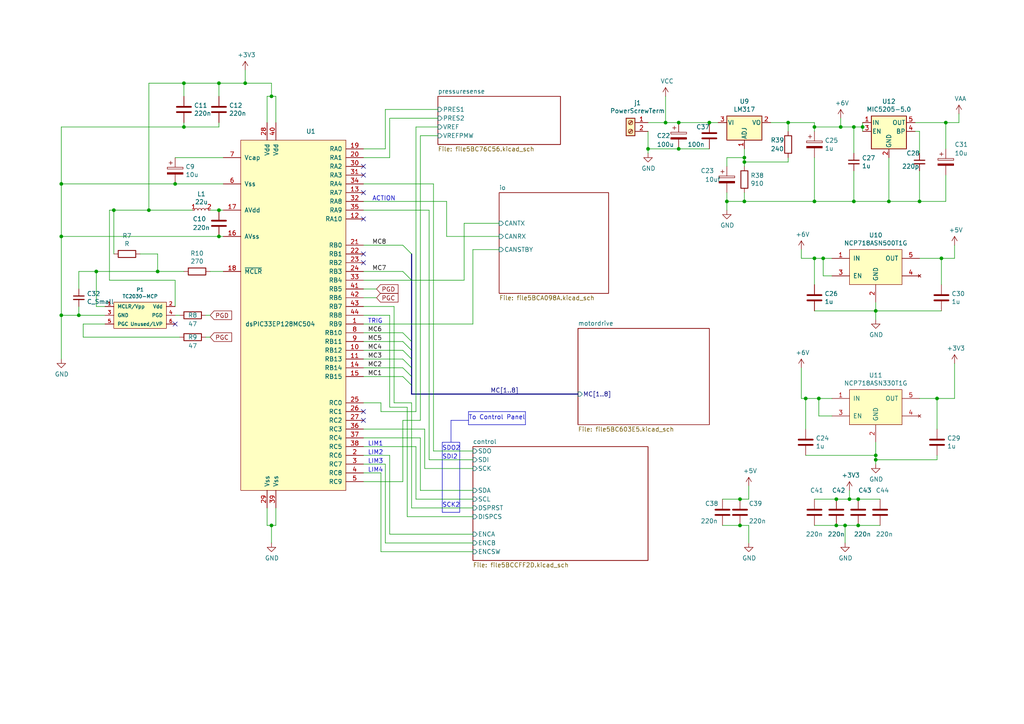
<source format=kicad_sch>
(kicad_sch (version 20211123) (generator eeschema)
  (paper "A4")
  (lib_symbols
    (symbol "Device:C" (pin_numbers hide) (pin_names (offset 0.254))
      (property "Reference" "C" (at 0.635 2.54 0))
      (property "Value" "C" (at 0.635 -2.54 0))
      (symbol "C_0_1"
        (polyline (pts (xy -2.032 -0.762) (xy 2.032 -0.762)) (stroke (width 0.508)))
        (polyline (pts (xy -2.032 0.762) (xy 2.032 0.762)) (stroke (width 0.508)))
      )
      (symbol "C_1_1"
        (pin passive line (at 0 3.81 270) (length 2.794) (name "~") (number "1"))
        (pin passive line (at 0 -3.81 90) (length 2.794) (name "~") (number "2"))
      )
    )
    (symbol "Device:C_Small" (pin_numbers hide) (pin_names (offset 0.254) hide)
      (property "Reference" "C" (at 0.254 1.778 0))
      (property "Value" "C_Small" (at 0.254 -2.032 0))
      (symbol "C_Small_0_1"
        (polyline (pts (xy -1.524 -0.508) (xy 1.524 -0.508)) (stroke (width 0.3302)))
        (polyline (pts (xy -1.524 0.508) (xy 1.524 0.508)) (stroke (width 0.3048)))
      )
      (symbol "C_Small_1_1"
        (pin passive line (at 0 2.54 270) (length 2.032) (name "~") (number "1"))
        (pin passive line (at 0 -2.54 90) (length 2.032) (name "~") (number "2"))
      )
    )
    (symbol "Device:R" (pin_numbers hide) (pin_names (offset 0))
      (property "Reference" "R" (at 2.032 0 90))
      (property "Value" "R" (at 0 0 90))
      (symbol "R_0_1"
        (rectangle (start -1.016 -2.54) (end 1.016 2.54) (stroke (width 0.254)))
      )
      (symbol "R_1_1"
        (pin passive line (at 0 3.81 270) (length 1.27) (name "~") (number "1"))
        (pin passive line (at 0 -3.81 90) (length 1.27) (name "~") (number "2"))
      )
    )
    (symbol "l6203dualmotordrive-rescue:+3.3V-power" (power) (pin_names (offset 0))
      (property "Value" "+3.3V-power" (at 0 3.556 0))
      (symbol "+3.3V-power_0_1"
        (polyline (pts (xy -0.762 1.27) (xy 0 2.54)))
        (polyline (pts (xy 0 0) (xy 0 2.54)))
        (polyline (pts (xy 0 2.54) (xy 0.762 1.27)))
      )
      (symbol "+3.3V-power_1_1"
        (pin power_in line (at 0 0 90) (length 0) hide (name "+3V3") (number "1"))
      )
    )
    (symbol "l6203dualmotordrive-rescue:CP-Device" (pin_numbers hide) (pin_names (offset 0.254))
      (property "Reference" "C" (at 0.635 2.54 0))
      (property "Value" "CP-Device" (at 0.635 -2.54 0))
      (symbol "CP-Device_0_1"
        (rectangle (start -2.286 0.508) (end 2.286 1.016))
        (polyline (pts (xy -1.778 2.286) (xy -0.762 2.286)))
        (polyline (pts (xy -1.27 2.794) (xy -1.27 1.778)))
        (rectangle (start 2.286 -0.508) (end -2.286 -1.016) (fill (type outline)))
      )
      (symbol "CP-Device_1_1"
        (pin passive line (at 0 3.81 270) (length 2.794) (name "~") (number "1"))
        (pin passive line (at 0 -3.81 90) (length 2.794) (name "~") (number "2"))
      )
    )
    (symbol "l6203dualmotordrive-rescue:LM317_3PinPackage-Regulator_Linear" (pin_names (offset 0.254))
      (property "Reference" "U" (at -3.81 3.175 0))
      (property "Value" "LM317_3PinPackage-Regulator_Linear" (at 0 3.175 0))
      (symbol "LM317_3PinPackage-Regulator_Linear_0_1"
        (rectangle (start -5.08 1.905) (end 5.08 -5.08) (stroke (width 0.254)) (fill (type background)))
      )
      (symbol "LM317_3PinPackage-Regulator_Linear_1_1"
        (pin input line (at 0 -7.62 90) (length 2.54) (name "ADJ") (number "1"))
        (pin power_out line (at 7.62 0 180) (length 2.54) (name "VO") (number "2"))
        (pin power_in line (at -7.62 0 0) (length 2.54) (name "VI") (number "3"))
      )
    )
    (symbol "l6203dualmotordrive-rescue:LPower-MikeSpecialParts" (pin_names (offset 1.016))
      (property "Reference" "L" (at 2.54 0 0))
      (property "Value" "LPower-MikeSpecialParts" (at 3.81 2.54 0))
      (symbol "LPower-MikeSpecialParts_1_1"
        (arc (start 0 -2.032) (mid 0.508 -1.524) (end 0 -1.016))
        (arc (start 0 -1.016) (mid 0.508 -0.508) (end 0 0))
        (arc (start 0 0) (mid 0.508 0.508) (end 0 1.016))
        (arc (start 0 1.016) (mid 0.508 1.524) (end 0 2.032))
        (pin input line (at 0 2.54 270) (length 0.508) (name "~") (number "1"))
        (pin power_out line (at 0 -2.54 90) (length 0.508) (name "~") (number "2"))
      )
    )
    (symbol "l6203dualmotordrive-rescue:MIC5205-5.0-Regulator_Linear" (pin_names (offset 0.254))
      (property "Reference" "U" (at -3.81 5.715 0))
      (property "Value" "MIC5205-5.0-Regulator_Linear" (at 0 5.715 0))
      (symbol "MIC5205-5.0-Regulator_Linear_0_1"
        (rectangle (start -5.08 4.445) (end 5.08 -5.08) (stroke (width 0.254)) (fill (type background)))
      )
      (symbol "MIC5205-5.0-Regulator_Linear_1_1"
        (pin power_in line (at -7.62 2.54 0) (length 2.54) (name "IN") (number "1"))
        (pin power_in line (at 0 -7.62 90) (length 2.54) (name "GND") (number "2"))
        (pin input line (at -7.62 0 0) (length 2.54) (name "EN") (number "3"))
        (pin input line (at 7.62 0 180) (length 2.54) (name "BP") (number "4"))
        (pin power_out line (at 7.62 2.54 180) (length 2.54) (name "OUT") (number "5"))
      )
    )
    (symbol "l6203dualmotordrive-rescue:NCP718ASN330T1G-MikeSpecialParts" (pin_names (offset 1.016))
      (property "Reference" "U" (at -2.54 6.35 0))
      (property "Value" "NCP718ASN330T1G-MikeSpecialParts" (at 1.27 8.89 0))
      (symbol "NCP718ASN330T1G-MikeSpecialParts_1_1"
        (rectangle (start -7.62 5.08) (end 7.62 -5.08) (fill (type background)))
        (pin power_in line (at -12.7 2.54 0) (length 5.08) (name "IN") (number "1"))
        (pin power_in line (at 0 -10.16 90) (length 5.08) (name "GND") (number "2"))
        (pin input line (at -12.7 -2.54 0) (length 5.08) (name "EN") (number "3"))
        (pin no_connect line (at 12.7 -2.54 180) (length 5.08) (name "~") (number "4"))
        (pin power_out line (at 12.7 2.54 180) (length 5.08) (name "OUT") (number "5"))
      )
    )
    (symbol "l6203dualmotordrive-rescue:NCP718ASN500T1G-MikeSpecialParts" (pin_names (offset 1.016))
      (property "Reference" "U" (at -5.08 6.35 0))
      (property "Value" "NCP718ASN500T1G-MikeSpecialParts" (at -1.27 8.89 0))
      (symbol "NCP718ASN500T1G-MikeSpecialParts_0_1"
        (rectangle (start -7.62 5.08) (end 7.62 -5.08) (fill (type background)))
      )
      (symbol "NCP718ASN500T1G-MikeSpecialParts_1_1"
        (pin power_in line (at -12.7 2.54 0) (length 5.08) (name "IN") (number "1"))
        (pin power_in line (at 0 -10.16 90) (length 5.08) (name "GND") (number "2"))
        (pin input line (at -12.7 -2.54 0) (length 5.08) (name "EN") (number "3"))
        (pin no_connect line (at 12.7 -2.54 180) (length 5.08) (name "~") (number "4"))
        (pin power_out line (at 12.7 2.54 180) (length 5.08) (name "OUT") (number "5"))
      )
    )
    (symbol "l6203dualmotordrive-rescue:PowerScrewTerm-MikeSpecialParts" (pin_names (offset 1.016))
      (property "Reference" "j" (at 6.35 2.54 0))
      (property "Value" "PowerScrewTerm-MikeSpecialParts" (at 0 5.08 0))
      (symbol "PowerScrewTerm-MikeSpecialParts_1_1"
        (rectangle (start -1.27 2.54) (end 1.27 -2.54) (stroke (width 0.254)) (fill (type background)))
        (circle (center 0 -1.27) (radius 0.635) (stroke (width 0.1524)))
        (polyline (pts (xy -0.5334 -0.9398) (xy 0.3302 -1.778)) (stroke (width 0.1524)))
        (polyline (pts (xy -0.5334 1.6002) (xy 0.3302 0.762)) (stroke (width 0.1524)))
        (polyline (pts (xy -0.3556 -0.762) (xy 0.508 -1.6002)) (stroke (width 0.1524)))
        (polyline (pts (xy -0.3556 1.778) (xy 0.508 0.9398)) (stroke (width 0.1524)))
        (circle (center 0 1.27) (radius 0.635) (stroke (width 0.1524)))
        (pin power_out line (at -5.08 1.27 0) (length 3.81) (name "~") (number "1"))
        (pin power_out line (at -5.08 -1.27 0) (length 3.81) (name "~") (number "2"))
      )
    )
    (symbol "l6203dualmotordrive-rescue:TC2030-MCP-Tag-Connect" (pin_names (offset 1.016))
      (property "Reference" "P" (at -1.27 -5.08 0))
      (property "Value" "TC2030-MCP-Tag-Connect" (at 0 5.08 0))
      (symbol "TC2030-MCP-Tag-Connect_0_1"
        (rectangle (start 7.62 3.81) (end -7.62 -3.81) (fill (type background)))
      )
      (symbol "TC2030-MCP-Tag-Connect_1_1"
        (pin passive line (at -10.16 2.54 0) (length 2.54) (name "MCLR/Vpp") (number "1"))
        (pin passive line (at 10.16 2.54 180) (length 2.54) (name "Vdd") (number "2"))
        (pin passive line (at -10.16 0 0) (length 2.54) (name "GND") (number "3"))
        (pin passive line (at 10.16 0 180) (length 2.54) (name "PGD") (number "4"))
        (pin passive line (at -10.16 -2.54 0) (length 2.54) (name "PGC") (number "5"))
        (pin passive line (at 10.16 -2.54 180) (length 2.54) (name "Unused/LVP") (number "6"))
      )
    )
    (symbol "l6203dualmotordrive-rescue:dsPIC33EP128MC504-Microchip-dsPIC33EP128MC504" (pin_names (offset 1.016))
      (property "Reference" "U" (at -13.97 1.27 0))
      (property "Value" "dsPIC33EP128MC504-Microchip-dsPIC33EP128MC504" (at -5.08 6.35 0))
      (symbol "dsPIC33EP128MC504-Microchip-dsPIC33EP128MC504_0_1"
        (rectangle (start -15.24 50.8) (end 15.24 -50.8) (fill (type background)))
      )
      (symbol "dsPIC33EP128MC504-Microchip-dsPIC33EP128MC504_1_1"
        (pin bidirectional line (at 20.32 -2.54 180) (length 5.08) (name "RB9") (number "1"))
        (pin bidirectional line (at 20.32 -10.16 180) (length 5.08) (name "RB12") (number "10"))
        (pin bidirectional line (at 20.32 -12.7 180) (length 5.08) (name "RB13") (number "11"))
        (pin bidirectional line (at 20.32 27.94 180) (length 5.08) (name "RA10") (number "12"))
        (pin bidirectional line (at 20.32 35.56 180) (length 5.08) (name "RA7") (number "13"))
        (pin bidirectional line (at 20.32 -15.24 180) (length 5.08) (name "RB14") (number "14"))
        (pin bidirectional line (at 20.32 -17.78 180) (length 5.08) (name "RB15") (number "15"))
        (pin power_in line (at -20.32 22.86 0) (length 5.08) (name "AVss") (number "16"))
        (pin power_in line (at -20.32 30.48 0) (length 5.08) (name "AVdd") (number "17"))
        (pin input line (at -20.32 12.7 0) (length 5.08) (name "~{MCLR}") (number "18"))
        (pin bidirectional line (at 20.32 48.26 180) (length 5.08) (name "RA0") (number "19"))
        (pin bidirectional line (at 20.32 -40.64 180) (length 5.08) (name "RC6") (number "2"))
        (pin bidirectional line (at 20.32 45.72 180) (length 5.08) (name "RA1") (number "20"))
        (pin bidirectional line (at 20.32 20.32 180) (length 5.08) (name "RB0") (number "21"))
        (pin bidirectional line (at 20.32 17.78 180) (length 5.08) (name "RB1") (number "22"))
        (pin bidirectional line (at 20.32 15.24 180) (length 5.08) (name "RB2") (number "23"))
        (pin bidirectional line (at 20.32 12.7 180) (length 5.08) (name "RB3") (number "24"))
        (pin bidirectional line (at 20.32 -25.4 180) (length 5.08) (name "RC0") (number "25"))
        (pin bidirectional line (at 20.32 -27.94 180) (length 5.08) (name "RC1") (number "26"))
        (pin bidirectional line (at 20.32 -30.48 180) (length 5.08) (name "RC2") (number "27"))
        (pin power_in line (at -7.62 55.88 270) (length 5.08) (name "Vdd") (number "28"))
        (pin power_in line (at -7.62 -55.88 90) (length 5.08) (name "Vss") (number "29"))
        (pin bidirectional line (at 20.32 -43.18 180) (length 5.08) (name "RC7") (number "3"))
        (pin bidirectional line (at 20.32 43.18 180) (length 5.08) (name "RA2") (number "30"))
        (pin bidirectional line (at 20.32 40.64 180) (length 5.08) (name "RA3") (number "31"))
        (pin bidirectional line (at 20.32 33.02 180) (length 5.08) (name "RA8") (number "32"))
        (pin bidirectional line (at 20.32 10.16 180) (length 5.08) (name "RB4") (number "33"))
        (pin bidirectional line (at 20.32 38.1 180) (length 5.08) (name "RA4") (number "34"))
        (pin bidirectional line (at 20.32 30.48 180) (length 5.08) (name "RA9") (number "35"))
        (pin bidirectional line (at 20.32 -33.02 180) (length 5.08) (name "RC3") (number "36"))
        (pin bidirectional line (at 20.32 -35.56 180) (length 5.08) (name "RC4") (number "37"))
        (pin bidirectional line (at 20.32 -38.1 180) (length 5.08) (name "RC5") (number "38"))
        (pin power_in line (at -5.08 -55.88 90) (length 5.08) (name "Vss") (number "39"))
        (pin bidirectional line (at 20.32 -45.72 180) (length 5.08) (name "RC8") (number "4"))
        (pin power_in line (at -5.08 55.88 270) (length 5.08) (name "Vdd") (number "40"))
        (pin bidirectional line (at 20.32 7.62 180) (length 5.08) (name "RB5") (number "41"))
        (pin bidirectional line (at 20.32 5.08 180) (length 5.08) (name "RB6") (number "42"))
        (pin bidirectional line (at 20.32 2.54 180) (length 5.08) (name "RB7") (number "43"))
        (pin bidirectional line (at 20.32 0 180) (length 5.08) (name "RB8") (number "44"))
        (pin bidirectional line (at 20.32 -48.26 180) (length 5.08) (name "RC9") (number "5"))
        (pin power_in line (at -20.32 38.1 0) (length 5.08) (name "Vss") (number "6"))
        (pin power_out line (at -20.32 45.72 0) (length 5.08) (name "Vcap") (number "7"))
        (pin bidirectional line (at 20.32 -5.08 180) (length 5.08) (name "RB10") (number "8"))
        (pin bidirectional line (at 20.32 -7.62 180) (length 5.08) (name "RB11") (number "9"))
      )
    )
    (symbol "power:+5V" (power) (pin_names (offset 0))
      (property "Value" "+5V" (at 0 3.556 0))
      (symbol "+5V_0_1"
        (polyline (pts (xy -0.762 1.27) (xy 0 2.54)))
        (polyline (pts (xy 0 0) (xy 0 2.54)))
        (polyline (pts (xy 0 2.54) (xy 0.762 1.27)))
      )
      (symbol "+5V_1_1"
        (pin power_in line (at 0 0 90) (length 0) hide (name "+5V") (number "1"))
      )
    )
    (symbol "power:+6V" (power) (pin_names (offset 0))
      (property "Value" "+6V" (at 0 3.556 0))
      (symbol "+6V_0_1"
        (polyline (pts (xy -0.762 1.27) (xy 0 2.54)))
        (polyline (pts (xy 0 0) (xy 0 2.54)))
        (polyline (pts (xy 0 2.54) (xy 0.762 1.27)))
      )
      (symbol "+6V_1_1"
        (pin power_in line (at 0 0 90) (length 0) hide (name "+6V") (number "1"))
      )
    )
    (symbol "power:GND" (power) (pin_names (offset 0))
      (property "Value" "GND" (at 0 -3.81 0))
      (symbol "GND_0_1"
        (polyline (pts (xy 0 0) (xy 0 -1.27) (xy 1.27 -1.27) (xy 0 -2.54) (xy -1.27 -1.27) (xy 0 -1.27)))
      )
      (symbol "GND_1_1"
        (pin power_in line (at 0 0 270) (length 0) hide (name "GND") (number "1"))
      )
    )
    (symbol "power:VAA" (power) (pin_names (offset 0))
      (property "Value" "VAA" (at 0 3.81 0))
      (symbol "VAA_0_1"
        (polyline (pts (xy -0.762 1.27) (xy 0 2.54)))
        (polyline (pts (xy 0 0) (xy 0 2.54)))
        (polyline (pts (xy 0 2.54) (xy 0.762 1.27)))
      )
      (symbol "VAA_1_1"
        (pin power_in line (at 0 0 90) (length 0) hide (name "VAA") (number "1"))
      )
    )
    (symbol "power:VCC" (power) (pin_names (offset 0))
      (property "Value" "VCC" (at 0 3.81 0))
      (symbol "VCC_0_1"
        (polyline (pts (xy -0.762 1.27) (xy 0 2.54)))
        (polyline (pts (xy 0 0) (xy 0 2.54)))
        (polyline (pts (xy 0 2.54) (xy 0.762 1.27)))
      )
      (symbol "VCC_1_1"
        (pin power_in line (at 0 0 90) (length 0) hide (name "VCC") (number "1"))
      )
    )
  )
  (junction (at 246.38 144.78))
  (junction (at 248.92 152.4))
  (junction (at 215.9 46.99))
  (junction (at 63.5 24.13))
  (junction (at 22.86 91.44))
  (junction (at 193.04 35.56))
  (junction (at 236.22 36.83))
  (junction (at 233.68 115.57))
  (junction (at 215.9 45.72))
  (junction (at 205.74 35.56))
  (junction (at 242.57 152.4))
  (junction (at 236.22 74.93))
  (junction (at 45.72 78.74))
  (junction (at 196.85 43.18))
  (junction (at 228.6 35.56))
  (junction (at 43.18 60.96))
  (junction (at 210.82 58.42))
  (junction (at 50.8 53.34))
  (junction (at 78.74 152.4))
  (junction (at 271.78 115.57))
  (junction (at 237.49 115.57))
  (junction (at 17.78 53.34))
  (junction (at 63.5 60.96))
  (junction (at 247.65 58.42))
  (junction (at 254 132.08))
  (junction (at 274.32 35.56))
  (junction (at 33.02 60.96))
  (junction (at 243.84 36.83))
  (junction (at 236.22 58.42))
  (junction (at 247.65 36.83))
  (junction (at 27.94 78.74))
  (junction (at 273.05 74.93))
  (junction (at 53.34 36.83))
  (junction (at 245.11 152.4))
  (junction (at 242.57 144.78))
  (junction (at 187.96 43.18))
  (junction (at 63.5 68.58))
  (junction (at 78.74 27.94))
  (junction (at 266.7 58.42))
  (junction (at 250.19 36.83))
  (junction (at 254 133.35))
  (junction (at 238.76 74.93))
  (junction (at 248.92 144.78))
  (junction (at 196.85 35.56))
  (junction (at 17.78 68.58))
  (junction (at 214.63 144.78))
  (junction (at 215.9 58.42))
  (junction (at 71.12 24.13))
  (junction (at 254 90.17))
  (junction (at 53.34 24.13))
  (junction (at 17.78 91.44))
  (junction (at 214.63 152.4))
  (junction (at 257.81 58.42))
  (no_connect (at 105.41 48.26))
  (no_connect (at 105.41 119.38))
  (no_connect (at 50.8 93.98))
  (no_connect (at 105.41 50.8))
  (no_connect (at 105.41 76.2))
  (no_connect (at 105.41 63.5))
  (no_connect (at 105.41 55.88))
  (no_connect (at 105.41 121.92))
  (no_connect (at 105.41 73.66))
  (bus_entry (at 116.84 78.74) (size 2.54 2.54))
  (bus_entry (at 116.84 96.52) (size 2.54 2.54))
  (bus_entry (at 116.84 109.22) (size 2.54 2.54))
  (bus_entry (at 116.84 71.12) (size 2.54 2.54))
  (bus_entry (at 116.84 99.06) (size 2.54 2.54))
  (bus_entry (at 116.84 104.14) (size 2.54 2.54))
  (bus_entry (at 116.84 101.6) (size 2.54 2.54))
  (bus_entry (at 116.84 106.68) (size 2.54 2.54))
  (wire (pts (xy 17.78 68.58) (xy 63.5 68.58)))
  (wire (pts (xy 246.38 144.78) (xy 248.92 144.78)))
  (wire (pts (xy 30.48 88.9) (xy 27.94 88.9)))
  (wire (pts (xy 274.32 35.56) (xy 274.32 43.18)))
  (wire (pts (xy 266.7 38.1) (xy 265.43 38.1)))
  (wire (pts (xy 254 132.08) (xy 254 128.27)))
  (wire (pts (xy 236.22 144.78) (xy 242.57 144.78)))
  (wire (pts (xy 134.62 81.28) (xy 134.62 64.77)))
  (wire (pts (xy 63.5 68.58) (xy 64.77 68.58)))
  (bus (pts (xy 119.38 73.66) (xy 119.38 81.28)))
  (wire (pts (xy 124.46 60.96) (xy 124.46 133.35)))
  (wire (pts (xy 78.74 27.94) (xy 80.01 27.94)))
  (wire (pts (xy 110.49 119.38) (xy 120.65 119.38)))
  (wire (pts (xy 77.47 152.4) (xy 78.74 152.4)))
  (wire (pts (xy 137.16 147.32) (xy 119.38 147.32)))
  (wire (pts (xy 247.65 58.42) (xy 236.22 58.42)))
  (wire (pts (xy 137.16 93.98) (xy 137.16 72.39)))
  (wire (pts (xy 59.69 97.79) (xy 60.96 97.79)))
  (wire (pts (xy 228.6 35.56) (xy 228.6 38.1)))
  (wire (pts (xy 237.49 115.57) (xy 241.3 115.57)))
  (wire (pts (xy 215.9 45.72) (xy 215.9 43.18)))
  (wire (pts (xy 278.13 35.56) (xy 274.32 35.56)))
  (bus (pts (xy 119.38 111.76) (xy 119.38 114.3)))
  (wire (pts (xy 187.96 44.45) (xy 187.96 43.18)))
  (wire (pts (xy 105.41 45.72) (xy 113.03 45.72)))
  (polyline (pts (xy 130.81 128.27) (xy 130.81 121.92)) (stroke (width 0) (type solid)))
  (wire (pts (xy 118.11 149.86) (xy 118.11 118.11)))
  (wire (pts (xy 105.41 78.74) (xy 116.84 78.74)))
  (wire (pts (xy 119.38 116.84) (xy 114.3 116.84)))
  (wire (pts (xy 105.41 96.52) (xy 116.84 96.52)))
  (polyline (pts (xy 152.4 119.38) (xy 135.89 119.38)) (stroke (width 0) (type solid)))
  (wire (pts (xy 210.82 45.72) (xy 215.9 45.72)))
  (wire (pts (xy 223.52 35.56) (xy 228.6 35.56)))
  (wire (pts (xy 22.86 91.44) (xy 22.86 88.9)))
  (wire (pts (xy 255.27 152.4) (xy 248.92 152.4)))
  (wire (pts (xy 105.41 58.42) (xy 129.54 58.42)))
  (wire (pts (xy 33.02 73.66) (xy 33.02 60.96)))
  (wire (pts (xy 121.92 121.92) (xy 121.92 39.37)))
  (wire (pts (xy 276.86 115.57) (xy 276.86 105.41)))
  (wire (pts (xy 113.03 118.11) (xy 113.03 91.44)))
  (wire (pts (xy 17.78 104.14) (xy 17.78 91.44)))
  (bus (pts (xy 119.38 101.6) (xy 119.38 104.14)))
  (wire (pts (xy 71.12 20.32) (xy 71.12 24.13)))
  (wire (pts (xy 266.7 74.93) (xy 273.05 74.93)))
  (wire (pts (xy 266.7 44.45) (xy 266.7 38.1)))
  (wire (pts (xy 118.11 118.11) (xy 113.03 118.11)))
  (wire (pts (xy 77.47 35.56) (xy 77.47 27.94)))
  (wire (pts (xy 233.68 124.46) (xy 233.68 115.57)))
  (wire (pts (xy 105.41 93.98) (xy 137.16 93.98)))
  (wire (pts (xy 43.18 60.96) (xy 43.18 24.13)))
  (wire (pts (xy 236.22 58.42) (xy 236.22 45.72)))
  (bus (pts (xy 119.38 104.14) (xy 119.38 106.68)))
  (wire (pts (xy 217.17 140.97) (xy 217.17 144.78)))
  (wire (pts (xy 63.5 27.94) (xy 63.5 24.13)))
  (wire (pts (xy 241.3 80.01) (xy 238.76 80.01)))
  (wire (pts (xy 17.78 36.83) (xy 17.78 53.34)))
  (wire (pts (xy 137.16 149.86) (xy 118.11 149.86)))
  (wire (pts (xy 247.65 44.45) (xy 247.65 36.83)))
  (wire (pts (xy 187.96 43.18) (xy 196.85 43.18)))
  (wire (pts (xy 215.9 48.26) (xy 215.9 46.99)))
  (wire (pts (xy 64.77 78.74) (xy 60.96 78.74)))
  (wire (pts (xy 243.84 36.83) (xy 243.84 34.29)))
  (wire (pts (xy 271.78 124.46) (xy 271.78 115.57)))
  (wire (pts (xy 105.41 104.14) (xy 116.84 104.14)))
  (wire (pts (xy 237.49 115.57) (xy 233.68 115.57)))
  (wire (pts (xy 43.18 24.13) (xy 53.34 24.13)))
  (wire (pts (xy 31.75 81.28) (xy 31.75 60.96)))
  (wire (pts (xy 52.07 91.44) (xy 50.8 91.44)))
  (wire (pts (xy 237.49 120.65) (xy 237.49 115.57)))
  (wire (pts (xy 17.78 91.44) (xy 22.86 91.44)))
  (wire (pts (xy 250.19 36.83) (xy 250.19 35.56)))
  (wire (pts (xy 187.96 35.56) (xy 193.04 35.56)))
  (wire (pts (xy 105.41 124.46) (xy 123.19 124.46)))
  (wire (pts (xy 120.65 129.54) (xy 120.65 144.78)))
  (wire (pts (xy 274.32 35.56) (xy 265.43 35.56)))
  (wire (pts (xy 125.73 53.34) (xy 125.73 130.81)))
  (wire (pts (xy 123.19 135.89) (xy 137.16 135.89)))
  (wire (pts (xy 45.72 78.74) (xy 27.94 78.74)))
  (wire (pts (xy 228.6 46.99) (xy 228.6 45.72)))
  (wire (pts (xy 236.22 82.55) (xy 236.22 74.93)))
  (wire (pts (xy 121.92 142.24) (xy 137.16 142.24)))
  (wire (pts (xy 53.34 36.83) (xy 53.34 35.56)))
  (wire (pts (xy 113.03 91.44) (xy 105.41 91.44)))
  (wire (pts (xy 105.41 99.06) (xy 116.84 99.06)))
  (wire (pts (xy 105.41 106.68) (xy 116.84 106.68)))
  (wire (pts (xy 116.84 139.7) (xy 116.84 121.92)))
  (wire (pts (xy 119.38 147.32) (xy 119.38 116.84)))
  (wire (pts (xy 215.9 46.99) (xy 215.9 45.72)))
  (wire (pts (xy 53.34 24.13) (xy 63.5 24.13)))
  (wire (pts (xy 233.68 115.57) (xy 232.41 115.57)))
  (wire (pts (xy 116.84 121.92) (xy 121.92 121.92)))
  (wire (pts (xy 125.73 130.81) (xy 137.16 130.81)))
  (wire (pts (xy 254 133.35) (xy 271.78 133.35)))
  (wire (pts (xy 214.63 144.78) (xy 217.17 144.78)))
  (polyline (pts (xy 133.35 128.27) (xy 128.27 128.27)) (stroke (width 0) (type solid)))
  (wire (pts (xy 238.76 74.93) (xy 236.22 74.93)))
  (wire (pts (xy 209.55 144.78) (xy 214.63 144.78)))
  (wire (pts (xy 60.96 60.96) (xy 63.5 60.96)))
  (bus (pts (xy 119.38 114.3) (xy 167.64 114.3)))
  (wire (pts (xy 105.41 53.34) (xy 125.73 53.34)))
  (wire (pts (xy 134.62 64.77) (xy 144.78 64.77)))
  (wire (pts (xy 236.22 90.17) (xy 254 90.17)))
  (wire (pts (xy 120.65 119.38) (xy 120.65 36.83)))
  (wire (pts (xy 217.17 157.48) (xy 217.17 152.4)))
  (wire (pts (xy 254 133.35) (xy 254 132.08)))
  (wire (pts (xy 236.22 36.83) (xy 236.22 38.1)))
  (wire (pts (xy 105.41 60.96) (xy 124.46 60.96)))
  (wire (pts (xy 242.57 144.78) (xy 246.38 144.78)))
  (wire (pts (xy 105.41 129.54) (xy 120.65 129.54)))
  (wire (pts (xy 236.22 35.56) (xy 236.22 36.83)))
  (wire (pts (xy 215.9 58.42) (xy 236.22 58.42)))
  (wire (pts (xy 24.13 93.98) (xy 30.48 93.98)))
  (wire (pts (xy 245.11 152.4) (xy 242.57 152.4)))
  (wire (pts (xy 105.41 137.16) (xy 110.49 137.16)))
  (wire (pts (xy 105.41 132.08) (xy 113.03 132.08)))
  (wire (pts (xy 43.18 60.96) (xy 55.88 60.96)))
  (wire (pts (xy 187.96 43.18) (xy 187.96 38.1)))
  (wire (pts (xy 45.72 73.66) (xy 45.72 78.74)))
  (wire (pts (xy 210.82 48.26) (xy 210.82 45.72)))
  (wire (pts (xy 17.78 36.83) (xy 53.34 36.83)))
  (wire (pts (xy 110.49 160.02) (xy 137.16 160.02)))
  (wire (pts (xy 64.77 53.34) (xy 50.8 53.34)))
  (wire (pts (xy 105.41 71.12) (xy 116.84 71.12)))
  (wire (pts (xy 63.5 60.96) (xy 64.77 60.96)))
  (wire (pts (xy 196.85 35.56) (xy 205.74 35.56)))
  (wire (pts (xy 236.22 74.93) (xy 232.41 74.93)))
  (wire (pts (xy 205.74 35.56) (xy 208.28 35.56)))
  (wire (pts (xy 276.86 74.93) (xy 276.86 71.12)))
  (wire (pts (xy 78.74 157.48) (xy 78.74 152.4)))
  (wire (pts (xy 129.54 68.58) (xy 144.78 68.58)))
  (wire (pts (xy 215.9 58.42) (xy 215.9 55.88)))
  (wire (pts (xy 50.8 88.9) (xy 50.8 81.28)))
  (wire (pts (xy 254 134.62) (xy 254 133.35)))
  (wire (pts (xy 137.16 72.39) (xy 144.78 72.39)))
  (wire (pts (xy 205.74 43.18) (xy 196.85 43.18)))
  (bus (pts (xy 119.38 106.68) (xy 119.38 109.22)))
  (wire (pts (xy 119.38 81.28) (xy 134.62 81.28)))
  (wire (pts (xy 111.76 43.18) (xy 111.76 31.75)))
  (bus (pts (xy 119.38 81.28) (xy 119.38 99.06)))
  (wire (pts (xy 113.03 132.08) (xy 113.03 154.94)))
  (wire (pts (xy 24.13 97.79) (xy 24.13 93.98)))
  (wire (pts (xy 33.02 60.96) (xy 43.18 60.96)))
  (wire (pts (xy 228.6 35.56) (xy 236.22 35.56)))
  (wire (pts (xy 120.65 36.83) (xy 127 36.83)))
  (wire (pts (xy 248.92 144.78) (xy 255.27 144.78)))
  (wire (pts (xy 50.8 81.28) (xy 31.75 81.28)))
  (wire (pts (xy 113.03 34.29) (xy 127 34.29)))
  (wire (pts (xy 210.82 60.96) (xy 210.82 58.42)))
  (wire (pts (xy 246.38 142.24) (xy 246.38 144.78)))
  (wire (pts (xy 40.64 73.66) (xy 45.72 73.66)))
  (wire (pts (xy 78.74 24.13) (xy 78.74 27.94)))
  (wire (pts (xy 248.92 152.4) (xy 245.11 152.4)))
  (wire (pts (xy 254 90.17) (xy 254 87.63)))
  (wire (pts (xy 245.11 157.48) (xy 245.11 152.4)))
  (wire (pts (xy 78.74 152.4) (xy 80.01 152.4)))
  (polyline (pts (xy 128.27 128.27) (xy 128.27 148.59)) (stroke (width 0) (type solid)))
  (wire (pts (xy 254 90.17) (xy 273.05 90.17)))
  (wire (pts (xy 105.41 86.36) (xy 109.22 86.36)))
  (wire (pts (xy 217.17 152.4) (xy 214.63 152.4)))
  (wire (pts (xy 254 92.71) (xy 254 90.17)))
  (wire (pts (xy 247.65 36.83) (xy 250.19 36.83)))
  (bus (pts (xy 119.38 99.06) (xy 119.38 101.6)))
  (wire (pts (xy 77.47 147.32) (xy 77.47 152.4)))
  (wire (pts (xy 52.07 97.79) (xy 24.13 97.79)))
  (wire (pts (xy 273.05 74.93) (xy 276.86 74.93)))
  (wire (pts (xy 50.8 53.34) (xy 17.78 53.34)))
  (wire (pts (xy 113.03 45.72) (xy 113.03 34.29)))
  (wire (pts (xy 63.5 35.56) (xy 63.5 36.83)))
  (wire (pts (xy 111.76 157.48) (xy 137.16 157.48)))
  (wire (pts (xy 113.03 154.94) (xy 137.16 154.94)))
  (wire (pts (xy 236.22 36.83) (xy 243.84 36.83)))
  (wire (pts (xy 114.3 88.9) (xy 105.41 88.9)))
  (polyline (pts (xy 135.89 123.19) (xy 152.4 123.19)) (stroke (width 0) (type solid)))
  (wire (pts (xy 257.81 58.42) (xy 266.7 58.42)))
  (wire (pts (xy 210.82 58.42) (xy 210.82 55.88)))
  (wire (pts (xy 232.41 74.93) (xy 232.41 72.39)))
  (wire (pts (xy 121.92 39.37) (xy 127 39.37)))
  (wire (pts (xy 114.3 116.84) (xy 114.3 88.9)))
  (wire (pts (xy 210.82 58.42) (xy 215.9 58.42)))
  (wire (pts (xy 238.76 74.93) (xy 241.3 74.93)))
  (bus (pts (xy 119.38 109.22) (xy 119.38 111.76)))
  (wire (pts (xy 243.84 36.83) (xy 247.65 36.83)))
  (wire (pts (xy 250.19 38.1) (xy 250.19 36.83)))
  (wire (pts (xy 105.41 139.7) (xy 116.84 139.7)))
  (wire (pts (xy 77.47 27.94) (xy 78.74 27.94)))
  (wire (pts (xy 22.86 78.74) (xy 27.94 78.74)))
  (wire (pts (xy 31.75 60.96) (xy 33.02 60.96)))
  (wire (pts (xy 53.34 27.94) (xy 53.34 24.13)))
  (wire (pts (xy 17.78 68.58) (xy 17.78 91.44)))
  (wire (pts (xy 121.92 127) (xy 121.92 142.24)))
  (polyline (pts (xy 133.35 148.59) (xy 133.35 128.27)) (stroke (width 0) (type solid)))
  (wire (pts (xy 274.32 58.42) (xy 274.32 50.8)))
  (wire (pts (xy 105.41 101.6) (xy 116.84 101.6)))
  (wire (pts (xy 247.65 49.53) (xy 247.65 58.42)))
  (wire (pts (xy 63.5 24.13) (xy 71.12 24.13)))
  (wire (pts (xy 105.41 43.18) (xy 111.76 43.18)))
  (wire (pts (xy 111.76 31.75) (xy 127 31.75)))
  (wire (pts (xy 27.94 88.9) (xy 27.94 78.74)))
  (wire (pts (xy 105.41 116.84) (xy 110.49 116.84)))
  (polyline (pts (xy 128.27 148.59) (xy 133.35 148.59)) (stroke (width 0) (type solid)))
  (wire (pts (xy 53.34 78.74) (xy 45.72 78.74)))
  (wire (pts (xy 71.12 24.13) (xy 78.74 24.13)))
  (wire (pts (xy 105.41 109.22) (xy 116.84 109.22)))
  (wire (pts (xy 193.04 27.94) (xy 193.04 35.56)))
  (wire (pts (xy 22.86 83.82) (xy 22.86 78.74)))
  (wire (pts (xy 238.76 80.01) (xy 238.76 74.93)))
  (wire (pts (xy 80.01 152.4) (xy 80.01 147.32)))
  (wire (pts (xy 123.19 124.46) (xy 123.19 135.89)))
  (wire (pts (xy 266.7 115.57) (xy 271.78 115.57)))
  (wire (pts (xy 110.49 137.16) (xy 110.49 160.02)))
  (wire (pts (xy 105.41 81.28) (xy 119.38 81.28)))
  (wire (pts (xy 105.41 83.82) (xy 109.22 83.82)))
  (wire (pts (xy 273.05 74.93) (xy 273.05 82.55)))
  (wire (pts (xy 215.9 46.99) (xy 228.6 46.99)))
  (polyline (pts (xy 152.4 123.19) (xy 152.4 119.38)) (stroke (width 0) (type solid)))
  (wire (pts (xy 236.22 152.4) (xy 242.57 152.4)))
  (wire (pts (xy 80.01 27.94) (xy 80.01 35.56)))
  (wire (pts (xy 257.81 58.42) (xy 247.65 58.42)))
  (wire (pts (xy 105.41 134.62) (xy 111.76 134.62)))
  (wire (pts (xy 214.63 152.4) (xy 209.55 152.4)))
  (wire (pts (xy 111.76 134.62) (xy 111.76 157.48)))
  (wire (pts (xy 241.3 120.65) (xy 237.49 120.65)))
  (wire (pts (xy 63.5 36.83) (xy 53.34 36.83)))
  (wire (pts (xy 193.04 35.56) (xy 196.85 35.56)))
  (wire (pts (xy 266.7 58.42) (xy 266.7 49.53)))
  (wire (pts (xy 124.46 133.35) (xy 137.16 133.35)))
  (wire (pts (xy 271.78 115.57) (xy 276.86 115.57)))
  (wire (pts (xy 22.86 91.44) (xy 30.48 91.44)))
  (wire (pts (xy 17.78 53.34) (xy 17.78 68.58)))
  (polyline (pts (xy 130.81 121.92) (xy 135.89 121.92)) (stroke (width 0) (type solid)))
  (wire (pts (xy 64.77 45.72) (xy 50.8 45.72)))
  (wire (pts (xy 129.54 58.42) (xy 129.54 68.58)))
  (wire (pts (xy 271.78 133.35) (xy 271.78 132.08)))
  (wire (pts (xy 266.7 58.42) (xy 274.32 58.42)))
  (wire (pts (xy 120.65 144.78) (xy 137.16 144.78)))
  (polyline (pts (xy 135.89 119.38) (xy 135.89 123.19)) (stroke (width 0) (type solid)))
  (wire (pts (xy 59.69 91.44) (xy 60.96 91.44)))
  (wire (pts (xy 254 132.08) (xy 233.68 132.08)))
  (wire (pts (xy 232.41 115.57) (xy 232.41 106.68)))
  (wire (pts (xy 105.41 127) (xy 121.92 127)))
  (wire (pts (xy 110.49 116.84) (xy 110.49 119.38)))
  (wire (pts (xy 278.13 33.02) (xy 278.13 35.56)))
  (wire (pts (xy 257.81 45.72) (xy 257.81 58.42)))
  (text "LIM3" (at 106.68 134.62 0) (effects (font (size 1.27 1.27)) (justify left bottom)))
  (text "TRIG" (at 106.68 93.98 0) (effects (font (size 1.27 1.27)) (justify left bottom)))
  (text "To Control Panel" (at 135.89 121.92 0) (effects (font (size 1.27 1.27)) (justify left bottom)))
  (text "LIM1" (at 106.68 129.54 0) (effects (font (size 1.27 1.27)) (justify left bottom)))
  (text "LIM4" (at 106.68 137.16 0) (effects (font (size 1.27 1.27)) (justify left bottom)))
  (text "SDO2" (at 128.27 130.81 0) (effects (font (size 1.27 1.27)) (justify left bottom)))
  (text "ACTION" (at 107.95 58.42 0) (effects (font (size 1.27 1.27)) (justify left bottom)))
  (text "SDI2" (at 128.27 133.35 0) (effects (font (size 1.27 1.27)) (justify left bottom)))
  (text "LIM2" (at 106.68 132.08 0) (effects (font (size 1.27 1.27)) (justify left bottom)))
  (text "SCK2" (at 128.27 147.32 0) (effects (font (size 1.27 1.27)) (justify left bottom)))
  (label "MC6" (at 106.68 96.52 0))
  (label "MC8" (at 107.95 71.12 0))
  (label "MC3" (at 106.68 104.14 0))
  (label "MC7" (at 107.95 78.74 0))
  (label "MC4" (at 106.68 101.6 0))
  (label "MC1" (at 106.68 109.22 0))
  (label "MC5" (at 106.68 99.06 0))
  (label "MC[1..8]" (at 142.24 114.3 0))
  (label "MC2" (at 106.68 106.68 0))
  (global_label "PGD" (shape input) (at 109.22 83.82 0) (property "Intersheet References" "${INTERSHEET_REFS}" (effects hide)))
  (global_label "PGC" (shape input) (at 60.96 97.79 0) (property "Intersheet References" "${INTERSHEET_REFS}" (effects hide)))
  (global_label "PGC" (shape input) (at 109.22 86.36 0) (property "Intersheet References" "${INTERSHEET_REFS}" (effects hide)))
  (global_label "PGD" (shape input) (at 60.96 91.44 0) (property "Intersheet References" "${INTERSHEET_REFS}" (effects hide)))
  (symbol (lib_id "l6203dualmotordrive-rescue:TC2030-MCP-Tag-Connect") (at 40.64 91.44 0) (unit 1)
    (property "Reference" "P1" (at 40.64 84.0232 0) (effects (font (size 1.016 1.016))))
    (property "Value" "TC2030-MCP" (at 40.64 85.9536 0) (effects (font (size 1.016 1.016))))
    (property "Footprint" "Connectors:Tag-Connect_TC2030-IDC-FP" (effects hide))
  )
  (symbol (lib_id "l6203dualmotordrive-rescue:dsPIC33EP128MC504-Microchip-dsPIC33EP128MC504") (at 85.09 91.44 0) (unit 1)
    (property "Reference" "U1" (at 90.17 38.1 0))
    (property "Value" "dsPIC33EP128MC504" (at 81.28 93.98 0))
    (property "Footprint" "Housings_QFP:TQFP-44_10x10mm_Pitch0.8mm" (effects hide))
  )
  (symbol (lib_id "power:GND") (at 78.74 157.48 0) (unit 1)
    (property "Reference" "#PWR0105" (effects hide))
    (property "Value" "GND" (at 78.867 161.8742 0))
  )
  (symbol (lib_id "power:GND") (at 17.78 104.14 0) (unit 1)
    (property "Reference" "#PWR0106" (effects hide))
    (property "Value" "GND" (at 17.907 108.5342 0))
  )
  (symbol (lib_id "Device:C") (at 63.5 64.77 0) (unit 1)
    (property "Reference" "C10" (at 55.88 63.5 0) (effects (justify left)))
    (property "Value" "220n" (at 55.88 66.04 0) (effects (justify left)))
    (property "Footprint" "Capacitors_SMD:C_0805" (effects hide))
  )
  (symbol (lib_id "Device:C") (at 63.5 31.75 0) (unit 1)
    (property "Reference" "C12" (at 66.421 30.5816 0) (effects (justify left)))
    (property "Value" "220n" (at 66.421 32.893 0) (effects (justify left)))
    (property "Footprint" "Capacitors_SMD:C_0805" (effects hide))
  )
  (symbol (lib_id "Device:C") (at 53.34 31.75 0) (unit 1)
    (property "Reference" "C11" (at 56.261 30.5816 0) (effects (justify left)))
    (property "Value" "220n" (at 56.261 32.893 0) (effects (justify left)))
    (property "Footprint" "Capacitors_SMD:C_0805" (effects hide))
  )
  (symbol (lib_id "l6203dualmotordrive-rescue:CP-Device") (at 50.8 49.53 0) (unit 1)
    (property "Reference" "C9" (at 53.7972 48.3616 0) (effects (justify left)))
    (property "Value" "10u" (at 53.7972 50.673 0) (effects (justify left)))
    (property "Footprint" "Capacitors_THT:CP_Radial_D5.0mm_P2.50mm" (effects hide))
  )
  (symbol (lib_id "Device:R") (at 55.88 91.44 270) (unit 1)
    (property "Reference" "R8" (at 55.88 91.44 90))
    (property "Value" "47" (at 55.88 93.98 90))
    (property "Footprint" "Resistors_SMD:R_0805" (effects hide))
  )
  (symbol (lib_id "Device:R") (at 55.88 97.79 270) (unit 1)
    (property "Reference" "R9" (at 55.88 97.79 90))
    (property "Value" "47" (at 55.88 100.33 90))
    (property "Footprint" "Resistors_SMD:R_0805" (effects hide))
  )
  (symbol (lib_id "Device:R") (at 57.15 78.74 270) (unit 1)
    (property "Reference" "R10" (at 57.15 73.4822 90))
    (property "Value" "270" (at 57.15 75.7936 90))
    (property "Footprint" "Resistors_SMD:R_0805" (effects hide))
  )
  (symbol (lib_id "Device:R") (at 36.83 73.66 270) (unit 1)
    (property "Reference" "R7" (at 36.83 68.4022 90))
    (property "Value" "R" (at 36.83 70.7136 90))
    (property "Footprint" "Resistors_SMD:R_0805" (effects hide))
  )
  (symbol (lib_id "l6203dualmotordrive-rescue:+3.3V-power") (at 71.12 20.32 0) (unit 1)
    (property "Reference" "#PWR0107" (effects hide))
    (property "Value" "+3.3V" (at 71.501 15.9258 0))
  )
  (symbol (lib_id "l6203dualmotordrive-rescue:LM317_3PinPackage-Regulator_Linear") (at 215.9 35.56 0) (unit 1)
    (property "Reference" "U9" (at 215.9 29.4132 0))
    (property "Value" "LM317" (at 215.9 31.7246 0))
    (property "Footprint" "TO_SOT_Packages_THT:TO-220-3_Vertical" (effects hide))
    (property "Datasheet" "http://www.ti.com/lit/ds/symlink/lm317.pdf" (effects hide))
  )
  (symbol (lib_id "Device:R") (at 228.6 41.91 0) (unit 1)
    (property "Reference" "R39" (at 223.52 40.64 0) (effects (justify left)))
    (property "Value" "240" (at 223.52 43.18 0) (effects (justify left)))
    (property "Footprint" "Resistors_SMD:R_1206" (effects hide))
  )
  (symbol (lib_id "Device:R") (at 215.9 52.07 0) (unit 1)
    (property "Reference" "R38" (at 217.678 50.9016 0) (effects (justify left)))
    (property "Value" "910" (at 217.678 53.213 0) (effects (justify left)))
    (property "Footprint" "Resistors_SMD:R_1206" (effects hide))
  )
  (symbol (lib_id "l6203dualmotordrive-rescue:CP-Device") (at 210.82 52.07 0) (unit 1)
    (property "Reference" "C23" (at 203.2 49.53 0) (effects (justify left)))
    (property "Value" "10uf" (at 204.47 52.07 0) (effects (justify left)))
    (property "Footprint" "Capacitors_THT:CP_Radial_D5.0mm_P2.50mm" (effects hide))
  )
  (symbol (lib_id "l6203dualmotordrive-rescue:CP-Device") (at 236.22 41.91 0) (unit 1)
    (property "Reference" "C25" (at 239.2172 40.7416 0) (effects (justify left)))
    (property "Value" "1u" (at 239.2172 43.053 0) (effects (justify left)))
    (property "Footprint" "Capacitors_THT:CP_Radial_D5.0mm_P2.50mm" (effects hide))
  )
  (symbol (lib_id "power:GND") (at 210.82 60.96 0) (unit 1)
    (property "Reference" "#PWR03" (effects hide))
    (property "Value" "GND" (at 210.947 65.3542 0))
  )
  (symbol (lib_id "l6203dualmotordrive-rescue:MIC5205-5.0-Regulator_Linear") (at 257.81 38.1 0) (unit 1)
    (property "Reference" "U12" (at 257.81 29.4132 0))
    (property "Value" "MIC5205-5.0" (at 257.81 31.7246 0))
    (property "Footprint" "TO_SOT_Packages_SMD:SOT-23-5" (effects hide))
    (property "Datasheet" "http://ww1.microchip.com/downloads/en/devicedoc/mic5205.pdf" (effects hide))
  )
  (symbol (lib_id "Device:C_Small") (at 266.7 46.99 0) (unit 1)
    (property "Reference" "C28" (at 262.89 44.45 0) (effects (justify left)))
    (property "Value" "220p" (at 261.62 48.26 0) (effects (justify left)))
    (property "Footprint" "Capacitors_SMD:C_1206" (effects hide))
  )
  (symbol (lib_id "l6203dualmotordrive-rescue:CP-Device") (at 274.32 46.99 0) (unit 1)
    (property "Reference" "C31" (at 276.86 41.91 0) (effects (justify left)))
    (property "Value" "10u" (at 276.86 44.45 0) (effects (justify left)))
    (property "Footprint" "Capacitors_THT:CP_Radial_D5.0mm_P2.50mm" (effects hide))
  )
  (symbol (lib_id "power:GND") (at 187.96 44.45 0) (unit 1)
    (property "Reference" "#PWR01" (effects hide))
    (property "Value" "GND" (at 188.087 48.8442 0))
  )
  (symbol (lib_id "l6203dualmotordrive-rescue:CP-Device") (at 196.85 39.37 0) (unit 1)
    (property "Reference" "C22" (at 190.5 39.37 0) (effects (justify left)))
    (property "Value" "100u" (at 190.5 41.91 0) (effects (justify left)))
    (property "Footprint" "Capacitors_THT:CP_Radial_D12.5mm_P5.00mm" (effects hide))
  )
  (symbol (lib_id "power:VAA") (at 278.13 33.02 0) (unit 1)
    (property "Reference" "#PWR011" (effects hide))
    (property "Value" "VAA" (at 278.5618 28.6258 0))
  )
  (symbol (lib_id "l6203dualmotordrive-rescue:NCP718ASN500T1G-MikeSpecialParts") (at 254 77.47 0) (unit 1)
    (property "Reference" "U10" (at 254 68.199 0))
    (property "Value" "NCP718ASN500T1G" (at 254 70.5104 0))
    (property "Footprint" "TO_SOT_Packages_SMD:TSOT-23-5" (effects hide))
  )
  (symbol (lib_id "power:+6V") (at 243.84 34.29 0) (unit 1)
    (property "Reference" "#PWR06" (effects hide))
    (property "Value" "+6V" (at 244.221 29.8958 0))
  )
  (symbol (lib_id "Device:C_Small") (at 247.65 46.99 0) (unit 1)
    (property "Reference" "C27" (at 249.9868 45.8216 0) (effects (justify left)))
    (property "Value" "1u" (at 249.9868 48.133 0) (effects (justify left)))
    (property "Footprint" "Capacitors_SMD:C_1206" (effects hide))
  )
  (symbol (lib_id "power:+6V") (at 232.41 72.39 0) (unit 1)
    (property "Reference" "#PWR04" (effects hide))
    (property "Value" "+6V" (at 232.791 67.9958 0))
  )
  (symbol (lib_id "power:GND") (at 254 92.71 0) (unit 1)
    (property "Reference" "#PWR07" (effects hide))
    (property "Value" "GND" (at 254.127 97.1042 0))
  )
  (symbol (lib_id "Device:C") (at 236.22 86.36 0) (unit 1)
    (property "Reference" "C26" (at 239.141 85.1916 0) (effects (justify left)))
    (property "Value" "1u" (at 239.141 87.503 0) (effects (justify left)))
    (property "Footprint" "Capacitors_SMD:C_1206" (effects hide))
  )
  (symbol (lib_id "Device:C") (at 273.05 86.36 0) (unit 1)
    (property "Reference" "C30" (at 275.971 85.1916 0) (effects (justify left)))
    (property "Value" "1u" (at 275.971 87.503 0) (effects (justify left)))
    (property "Footprint" "Capacitors_SMD:C_1206" (effects hide))
  )
  (symbol (lib_id "power:+5V") (at 276.86 71.12 0) (unit 1)
    (property "Reference" "#PWR09" (effects hide))
    (property "Value" "+5V" (at 277.241 66.7258 0))
  )
  (symbol (lib_id "l6203dualmotordrive-rescue:NCP718ASN330T1G-MikeSpecialParts") (at 254 118.11 0) (unit 1)
    (property "Reference" "U11" (at 254 108.839 0))
    (property "Value" "NCP718ASN330T1G" (at 254 111.1504 0))
    (property "Footprint" "TO_SOT_Packages_SMD:TSOT-23-5" (effects hide))
  )
  (symbol (lib_id "power:+6V") (at 232.41 106.68 0) (unit 1)
    (property "Reference" "#PWR05" (effects hide))
    (property "Value" "+6V" (at 232.791 102.2858 0))
  )
  (symbol (lib_id "l6203dualmotordrive-rescue:+3.3V-power") (at 276.86 105.41 0) (unit 1)
    (property "Reference" "#PWR010" (effects hide))
    (property "Value" "+3.3V" (at 277.241 101.0158 0))
  )
  (symbol (lib_id "power:GND") (at 254 134.62 0) (unit 1)
    (property "Reference" "#PWR08" (effects hide))
    (property "Value" "GND" (at 254.127 139.0142 0))
  )
  (symbol (lib_id "Device:C") (at 233.68 128.27 0) (unit 1)
    (property "Reference" "C24" (at 236.601 127.1016 0) (effects (justify left)))
    (property "Value" "1u" (at 236.601 129.413 0) (effects (justify left)))
    (property "Footprint" "Capacitors_SMD:C_1206" (effects hide))
  )
  (symbol (lib_id "Device:C") (at 271.78 128.27 0) (unit 1)
    (property "Reference" "C29" (at 274.701 127.1016 0) (effects (justify left)))
    (property "Value" "1u" (at 274.701 129.413 0) (effects (justify left)))
    (property "Footprint" "Capacitors_SMD:C_1206" (effects hide))
  )
  (symbol (lib_id "Device:C") (at 209.55 148.59 0) (unit 1)
    (property "Reference" "C38" (at 204.47 146.05 0) (effects (justify left)))
    (property "Value" "220n" (at 203.2 151.13 0) (effects (justify left)))
    (property "Footprint" "Capacitors_SMD:C_0805" (effects hide))
  )
  (symbol (lib_id "Device:C") (at 214.63 148.59 0) (unit 1)
    (property "Reference" "C39" (at 217.17 146.05 0) (effects (justify left)))
    (property "Value" "220n" (at 217.17 151.13 0) (effects (justify left)))
    (property "Footprint" "Capacitors_SMD:C_0805" (effects hide))
  )
  (symbol (lib_id "Device:C") (at 236.22 148.59 0) (unit 1)
    (property "Reference" "C41" (at 234.95 142.24 0) (effects (justify left)))
    (property "Value" "220n" (at 233.68 154.94 0) (effects (justify left)))
    (property "Footprint" "Capacitors_SMD:C_0805" (effects hide))
  )
  (symbol (lib_id "Device:C") (at 242.57 148.59 0) (unit 1)
    (property "Reference" "C42" (at 241.3 142.24 0) (effects (justify left)))
    (property "Value" "220n" (at 240.03 154.94 0) (effects (justify left)))
    (property "Footprint" "Capacitors_SMD:C_0805" (effects hide))
  )
  (symbol (lib_id "Device:C") (at 248.92 148.59 0) (unit 1)
    (property "Reference" "C43" (at 248.92 142.24 0) (effects (justify left)))
    (property "Value" "220n" (at 247.65 154.94 0) (effects (justify left)))
    (property "Footprint" "Capacitors_SMD:C_0805" (effects hide))
  )
  (symbol (lib_id "Device:C") (at 255.27 148.59 0) (unit 1)
    (property "Reference" "C44" (at 254 142.24 0) (effects (justify left)))
    (property "Value" "220n" (at 254 154.94 0) (effects (justify left)))
    (property "Footprint" "Capacitors_SMD:C_0805" (effects hide))
  )
  (symbol (lib_id "Device:C_Small") (at 22.86 86.36 0) (unit 1)
    (property "Reference" "C32" (at 25.1968 85.1916 0) (effects (justify left)))
    (property "Value" "C_Small" (at 25.1968 87.503 0) (effects (justify left)))
    (property "Footprint" "Capacitors_SMD:C_1206" (effects hide))
  )
  (symbol (lib_id "power:VCC") (at 193.04 27.94 0) (unit 1)
    (property "Reference" "#PWR0104" (effects hide))
    (property "Value" "VCC" (at 193.4718 23.5458 0))
  )
  (symbol (lib_id "power:GND") (at 217.17 157.48 0) (unit 1)
    (property "Reference" "#PWR014" (effects hide))
    (property "Value" "GND" (at 217.297 161.8742 0))
  )
  (symbol (lib_id "power:GND") (at 245.11 157.48 0) (unit 1)
    (property "Reference" "#PWR015" (effects hide))
    (property "Value" "GND" (at 245.237 161.8742 0))
  )
  (symbol (lib_id "l6203dualmotordrive-rescue:+3.3V-power") (at 246.38 142.24 0) (unit 1)
    (property "Reference" "#PWR016" (effects hide))
    (property "Value" "+3.3V" (at 246.761 137.8458 0))
  )
  (symbol (lib_id "power:+5V") (at 217.17 140.97 0) (unit 1)
    (property "Reference" "#PWR013" (effects hide))
    (property "Value" "+5V" (at 217.551 136.5758 0))
  )
  (symbol (lib_id "l6203dualmotordrive-rescue:PowerScrewTerm-MikeSpecialParts") (at 182.88 36.83 0) (mirror y) (unit 1)
    (property "Reference" "j1" (at 184.912 29.845 0))
    (property "Value" "PowerScrewTerm" (at 184.912 32.1564 0))
    (property "Footprint" "TerminalBlocks_Phoenix:TerminalBlock_Phoenix_PT-3.5mm_2pol" (effects hide))
  )
  (symbol (lib_id "Device:C") (at 205.74 39.37 0) (unit 1)
    (property "Reference" "C37" (at 201.93 36.83 0) (effects (justify left)))
    (property "Value" "100n" (at 199.39 41.91 0) (effects (justify left)))
    (property "Footprint" "Capacitors_SMD:C_1206" (effects hide))
  )
  (symbol (lib_id "l6203dualmotordrive-rescue:LPower-MikeSpecialParts") (at 58.42 60.96 90) (unit 1)
    (property "Reference" "L1" (at 58.42 56.261 90))
    (property "Value" "22u" (at 58.42 58.5724 90))
    (property "Footprint" "Capacitors_SMD:C_1210" (effects hide))
  )
  (sheet (at 167.64 95.25) (size 38.1 27.94)
    (property "Sheet name" "motordrive" (at 167.64 94.5384 0) (effects (justify left bottom)))
    (property "Sheet file" "file5BC603E5.kicad_sch" (at 167.64 123.7746 0) (effects (justify left top)))
    (pin "MC[1..8]" input (at 167.64 114.3 180))
  )
  (sheet (at 127 27.94) (size 35.56 13.97)
    (property "Sheet name" "pressuresense" (at 127 27.2284 0) (effects (justify left bottom)))
    (property "Sheet file" "file5BC76C56.kicad_sch" (at 127 42.4946 0) (effects (justify left top)))
    (pin "PRES1" input (at 127 31.75 180))
    (pin "PRES2" input (at 127 34.29 180))
    (pin "VREFPMW" input (at 127 39.37 180))
    (pin "VREF" input (at 127 36.83 180))
  )
  (sheet (at 144.78 55.88) (size 31.75 29.21)
    (property "Sheet name" "io" (at 144.78 55.1684 0) (effects (justify left bottom)))
    (property "Sheet file" "file5BCA098A.kicad_sch" (at 144.78 85.6746 0) (effects (justify left top)))
    (pin "CANTX" input (at 144.78 64.77 180))
    (pin "CANRX" input (at 144.78 68.58 180))
    (pin "CANSTBY" input (at 144.78 72.39 180))
  )
  (sheet (at 137.16 129.54) (size 50.8 33.02)
    (property "Sheet name" "control" (at 137.16 128.8284 0) (effects (justify left bottom)))
    (property "Sheet file" "file5BCCFF2D.kicad_sch" (at 137.16 163.1446 0) (effects (justify left top)))
    (pin "ENCA" input (at 137.16 154.94 180))
    (pin "ENCB" input (at 137.16 157.48 180))
    (pin "ENCSW" input (at 137.16 160.02 180))
    (pin "SCL" input (at 137.16 144.78 180))
    (pin "SDA" input (at 137.16 142.24 180))
    (pin "SCK" input (at 137.16 135.89 180))
    (pin "SDI" input (at 137.16 133.35 180))
    (pin "DSPRST" input (at 137.16 147.32 180))
    (pin "SDO" input (at 137.16 130.81 180))
    (pin "DISPCS" input (at 137.16 149.86 180))
  )
)
</source>
